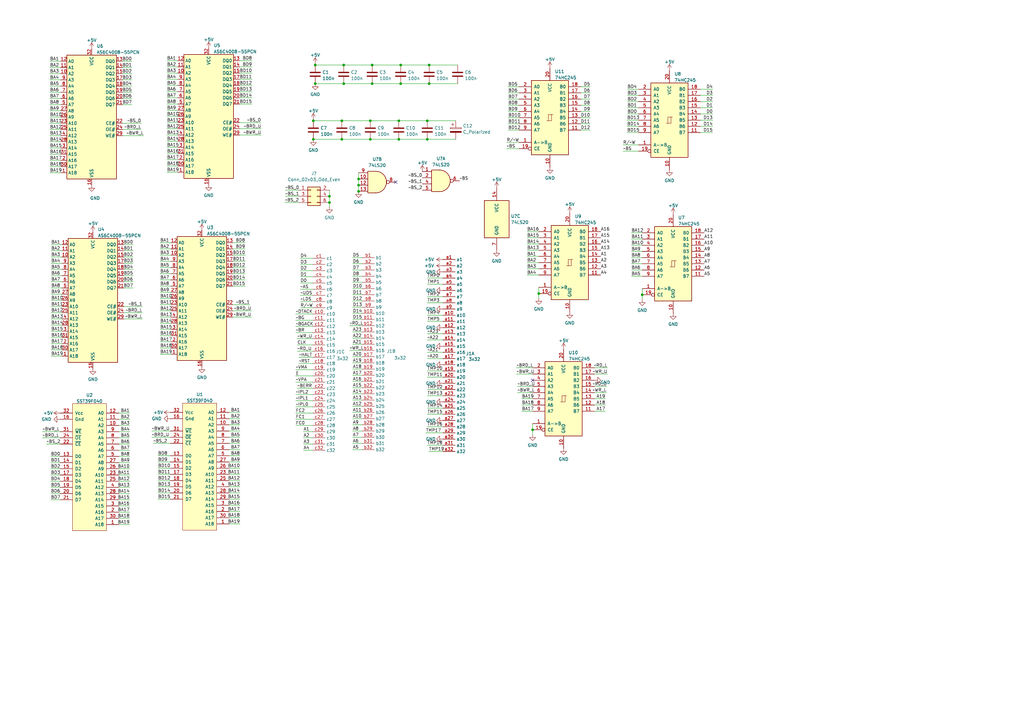
<source format=kicad_sch>
(kicad_sch (version 20230121) (generator eeschema)
  (paper "A3")
  (junction (at 151.892 57.15))
  (junction (at 128.524 49.53))
  (junction (at 164.338 34.29))
  (junction (at 140.208 49.53))
  (junction (at 176.022 34.29))
  (junction (at 140.97 34.29))
  (junction (at 135.128 83.058))
  (junction (at 163.576 49.53))
  (junction (at 140.208 57.15))
  (junction (at 218.44 176.276))
  (junction (at 163.576 57.15))
  (junction (at 129.286 26.67))
  (junction (at 128.524 57.15))
  (junction (at 176.022 26.67))
  (junction (at 220.98 120.396))
  (junction (at 151.892 49.53))
  (junction (at 147.066 73.406))
  (junction (at 152.654 34.29))
  (junction (at 135.128 80.518))
  (junction (at 164.338 26.67))
  (junction (at 147.066 78.486))
  (junction (at 175.26 57.15))
  (junction (at 140.97 26.67))
  (junction (at 129.286 34.29))
  (junction (at 175.26 49.53))
  (junction (at 147.066 75.946))
  (junction (at 152.654 26.67))
  (junction (at 263.398 120.904))
  (no_connect (at 162.306 74.676))
  (no_connect (at 218.44 155.956))
  (wire (pts (xy 121.285 174.498) (xy 128.27 174.498)))
  (wire (pts (xy 72.898 42.672) (xy 68.453 42.672)))
  (wire (pts (xy 292.354 36.576) (xy 287.274 36.576)))
  (wire (pts (xy 70.104 130.048) (xy 65.659 130.048)))
  (wire (pts (xy 148.463 148.844) (xy 144.653 148.844)))
  (wire (pts (xy 48.768 177.038) (xy 53.213 177.038)))
  (wire (pts (xy 140.97 26.67) (xy 152.654 26.67)))
  (wire (pts (xy 175.26 167.386) (xy 181.61 167.386)))
  (wire (pts (xy 212.217 158.496) (xy 218.44 158.496)))
  (wire (pts (xy 248.285 163.576) (xy 243.84 163.576)))
  (wire (pts (xy 148.463 125.984) (xy 144.653 125.984)))
  (wire (pts (xy 98.298 24.892) (xy 103.378 24.892)))
  (wire (pts (xy 151.892 49.53) (xy 163.576 49.53)))
  (wire (pts (xy 72.898 29.972) (xy 68.453 29.972)))
  (wire (pts (xy 69.85 186.944) (xy 64.77 186.944)))
  (wire (pts (xy 207.772 58.42) (xy 212.852 58.42)))
  (wire (pts (xy 95.504 104.648) (xy 100.584 104.648)))
  (wire (pts (xy 93.98 194.564) (xy 98.425 194.564)))
  (wire (pts (xy 50.292 53.086) (xy 57.912 53.086)))
  (wire (pts (xy 98.298 37.592) (xy 103.378 37.592)))
  (wire (pts (xy 175.26 129.286) (xy 181.61 129.286)))
  (wire (pts (xy 25.4 130.81) (xy 20.955 130.81)))
  (wire (pts (xy 93.98 176.784) (xy 98.425 176.784)))
  (wire (pts (xy 292.354 41.656) (xy 287.274 41.656)))
  (wire (pts (xy 20.828 192.278) (xy 24.638 192.278)))
  (wire (pts (xy 148.463 131.064) (xy 144.653 131.064)))
  (wire (pts (xy 72.898 57.912) (xy 68.453 57.912)))
  (wire (pts (xy 121.92 144.018) (xy 128.27 144.018)))
  (wire (pts (xy 148.463 146.304) (xy 144.653 146.304)))
  (wire (pts (xy 218.44 173.736) (xy 218.44 176.276)))
  (wire (pts (xy 175.895 185.166) (xy 181.61 185.166)))
  (wire (pts (xy 48.768 212.598) (xy 53.213 212.598)))
  (wire (pts (xy 175.26 154.686) (xy 181.61 154.686)))
  (wire (pts (xy 122.555 146.558) (xy 128.27 146.558)))
  (wire (pts (xy 123.19 108.458) (xy 128.27 108.458)))
  (wire (pts (xy 48.768 194.818) (xy 53.213 194.818)))
  (wire (pts (xy 93.98 179.324) (xy 98.425 179.324)))
  (wire (pts (xy 20.828 202.438) (xy 24.638 202.438)))
  (wire (pts (xy 121.285 161.798) (xy 128.27 161.798)))
  (wire (pts (xy 72.898 24.892) (xy 68.453 24.892)))
  (wire (pts (xy 25.4 120.65) (xy 20.955 120.65)))
  (wire (pts (xy 164.338 34.29) (xy 176.022 34.29)))
  (wire (pts (xy 123.19 110.998) (xy 128.27 110.998)))
  (wire (pts (xy 70.104 127.508) (xy 65.659 127.508)))
  (wire (pts (xy 121.285 151.638) (xy 128.27 151.638)))
  (wire (pts (xy 93.98 199.644) (xy 98.425 199.644)))
  (wire (pts (xy 70.104 117.348) (xy 65.659 117.348)))
  (wire (pts (xy 123.19 116.078) (xy 128.27 116.078)))
  (wire (pts (xy 24.892 32.766) (xy 20.447 32.766)))
  (wire (pts (xy 54.61 113.03) (xy 50.8 113.03)))
  (wire (pts (xy 48.768 215.138) (xy 53.213 215.138)))
  (wire (pts (xy 135.128 77.978) (xy 135.128 80.518)))
  (wire (pts (xy 129.286 26.67) (xy 140.97 26.67)))
  (wire (pts (xy 93.98 197.104) (xy 98.425 197.104)))
  (wire (pts (xy 218.44 168.656) (xy 213.995 168.656)))
  (wire (pts (xy 50.8 128.27) (xy 58.42 128.27)))
  (wire (pts (xy 25.4 115.57) (xy 20.955 115.57)))
  (wire (pts (xy 148.463 138.684) (xy 144.653 138.684)))
  (wire (pts (xy 24.892 40.386) (xy 20.447 40.386)))
  (wire (pts (xy 98.298 40.132) (xy 103.378 40.132)))
  (wire (pts (xy 72.898 27.432) (xy 68.453 27.432)))
  (wire (pts (xy 292.354 39.116) (xy 287.274 39.116)))
  (wire (pts (xy 152.654 34.29) (xy 164.338 34.29)))
  (wire (pts (xy 263.398 113.284) (xy 258.953 113.284)))
  (wire (pts (xy 175.26 182.626) (xy 181.61 182.626)))
  (wire (pts (xy 72.898 35.052) (xy 68.453 35.052)))
  (wire (pts (xy 257.302 44.196) (xy 261.874 44.196)))
  (wire (pts (xy 69.85 194.564) (xy 64.77 194.564)))
  (wire (pts (xy 93.98 181.864) (xy 98.425 181.864)))
  (wire (pts (xy 69.85 192.024) (xy 64.77 192.024)))
  (wire (pts (xy 148.463 128.524) (xy 144.653 128.524)))
  (wire (pts (xy 121.285 164.338) (xy 128.27 164.338)))
  (wire (pts (xy 208.407 48.26) (xy 212.852 48.26)))
  (wire (pts (xy 212.852 40.64) (xy 208.407 40.64)))
  (wire (pts (xy 148.463 179.324) (xy 144.653 179.324)))
  (wire (pts (xy 148.463 105.664) (xy 144.653 105.664)))
  (wire (pts (xy 140.208 57.15) (xy 151.892 57.15)))
  (wire (pts (xy 20.828 189.738) (xy 24.638 189.738)))
  (wire (pts (xy 257.302 39.116) (xy 261.874 39.116)))
  (wire (pts (xy 54.102 30.226) (xy 50.292 30.226)))
  (wire (pts (xy 175.26 144.526) (xy 181.61 144.526)))
  (wire (pts (xy 263.398 110.744) (xy 258.953 110.744)))
  (wire (pts (xy 72.898 32.512) (xy 68.453 32.512)))
  (wire (pts (xy 176.022 34.29) (xy 187.706 34.29)))
  (wire (pts (xy 257.175 51.816) (xy 261.874 51.816)))
  (wire (pts (xy 98.298 55.372) (xy 107.188 55.372)))
  (wire (pts (xy 72.898 70.612) (xy 68.453 70.612)))
  (wire (pts (xy 174.625 177.546) (xy 181.61 177.546)))
  (wire (pts (xy 20.828 194.818) (xy 24.638 194.818)))
  (wire (pts (xy 93.98 192.024) (xy 98.425 192.024)))
  (wire (pts (xy 248.285 168.656) (xy 243.84 168.656)))
  (wire (pts (xy 24.892 45.466) (xy 20.447 45.466)))
  (wire (pts (xy 121.92 159.258) (xy 128.27 159.258)))
  (wire (pts (xy 175.26 131.826) (xy 181.61 131.826)))
  (wire (pts (xy 50.292 55.626) (xy 58.928 55.626)))
  (wire (pts (xy 70.104 104.648) (xy 65.659 104.648)))
  (wire (pts (xy 148.463 164.084) (xy 144.653 164.084)))
  (wire (pts (xy 128.27 179.578) (xy 124.46 179.578)))
  (wire (pts (xy 72.898 45.212) (xy 68.453 45.212)))
  (wire (pts (xy 292.354 54.356) (xy 287.274 54.356)))
  (wire (pts (xy 148.463 159.004) (xy 144.653 159.004)))
  (wire (pts (xy 72.898 62.992) (xy 68.453 62.992)))
  (wire (pts (xy 70.104 124.968) (xy 65.659 124.968)))
  (wire (pts (xy 93.98 209.804) (xy 98.425 209.804)))
  (wire (pts (xy 242.062 40.64) (xy 238.252 40.64)))
  (wire (pts (xy 148.463 171.704) (xy 144.653 171.704)))
  (wire (pts (xy 98.298 35.052) (xy 103.378 35.052)))
  (wire (pts (xy 121.285 136.398) (xy 128.27 136.398)))
  (wire (pts (xy 70.104 109.728) (xy 65.659 109.728)))
  (wire (pts (xy 128.524 57.15) (xy 140.208 57.15)))
  (wire (pts (xy 128.27 177.038) (xy 124.46 177.038)))
  (wire (pts (xy 220.98 120.396) (xy 220.98 122.301)))
  (wire (pts (xy 48.768 202.438) (xy 53.213 202.438)))
  (wire (pts (xy 128.27 184.658) (xy 124.46 184.658)))
  (wire (pts (xy 248.285 166.116) (xy 243.84 166.116)))
  (wire (pts (xy 48.768 189.738) (xy 53.213 189.738)))
  (wire (pts (xy 98.298 29.972) (xy 103.378 29.972)))
  (wire (pts (xy 25.4 102.87) (xy 20.955 102.87)))
  (wire (pts (xy 121.285 133.858) (xy 128.27 133.858)))
  (wire (pts (xy 123.19 126.238) (xy 128.27 126.238)))
  (wire (pts (xy 70.104 142.748) (xy 65.659 142.748)))
  (wire (pts (xy 208.407 43.18) (xy 212.852 43.18)))
  (wire (pts (xy 208.407 50.8) (xy 212.852 50.8)))
  (wire (pts (xy 121.285 171.958) (xy 128.27 171.958)))
  (wire (pts (xy 148.463 166.624) (xy 144.653 166.624)))
  (wire (pts (xy 48.768 207.518) (xy 53.213 207.518)))
  (wire (pts (xy 257.302 46.736) (xy 261.874 46.736)))
  (wire (pts (xy 24.892 65.786) (xy 20.447 65.786)))
  (wire (pts (xy 54.61 110.49) (xy 50.8 110.49)))
  (wire (pts (xy 242.062 53.34) (xy 238.252 53.34)))
  (wire (pts (xy 208.407 45.72) (xy 212.852 45.72)))
  (wire (pts (xy 248.793 161.036) (xy 243.84 161.036)))
  (wire (pts (xy 48.768 182.118) (xy 53.213 182.118)))
  (wire (pts (xy 93.98 214.884) (xy 98.425 214.884)))
  (wire (pts (xy 25.4 138.43) (xy 20.955 138.43)))
  (wire (pts (xy 249.174 153.416) (xy 243.84 153.416)))
  (wire (pts (xy 72.898 68.072) (xy 68.453 68.072)))
  (wire (pts (xy 211.836 150.876) (xy 218.44 150.876)))
  (wire (pts (xy 175.26 121.666) (xy 181.61 121.666)))
  (wire (pts (xy 24.892 25.146) (xy 20.447 25.146)))
  (wire (pts (xy 93.98 184.404) (xy 98.425 184.404)))
  (wire (pts (xy 54.102 27.686) (xy 50.292 27.686)))
  (wire (pts (xy 263.398 118.364) (xy 263.398 120.904)))
  (wire (pts (xy 148.463 176.784) (xy 144.653 176.784)))
  (wire (pts (xy 148.463 115.824) (xy 144.653 115.824)))
  (wire (pts (xy 98.298 32.512) (xy 103.378 32.512)))
  (wire (pts (xy 50.8 125.73) (xy 58.42 125.73)))
  (wire (pts (xy 17.399 179.578) (xy 24.638 179.578)))
  (wire (pts (xy 95.504 109.728) (xy 100.584 109.728)))
  (wire (pts (xy 95.504 102.108) (xy 100.584 102.108)))
  (wire (pts (xy 216.154 107.696) (xy 220.98 107.696)))
  (wire (pts (xy 292.354 44.196) (xy 287.274 44.196)))
  (wire (pts (xy 54.61 118.11) (xy 50.8 118.11)))
  (wire (pts (xy 24.892 70.866) (xy 20.447 70.866)))
  (wire (pts (xy 242.062 38.1) (xy 238.252 38.1)))
  (wire (pts (xy 175.26 49.53) (xy 186.944 49.53)))
  (wire (pts (xy 263.398 120.904) (xy 263.398 122.809)))
  (wire (pts (xy 128.524 49.53) (xy 140.208 49.53)))
  (wire (pts (xy 72.898 52.832) (xy 68.453 52.832)))
  (wire (pts (xy 25.4 110.49) (xy 20.955 110.49)))
  (wire (pts (xy 263.398 103.124) (xy 258.953 103.124)))
  (wire (pts (xy 121.285 131.318) (xy 128.27 131.318)))
  (wire (pts (xy 218.44 163.576) (xy 213.995 163.576)))
  (wire (pts (xy 122.555 149.098) (xy 128.27 149.098)))
  (wire (pts (xy 98.298 50.292) (xy 107.061 50.292)))
  (wire (pts (xy 93.98 169.164) (xy 98.425 169.164)))
  (wire (pts (xy 72.898 55.372) (xy 68.453 55.372)))
  (wire (pts (xy 69.85 197.104) (xy 64.77 197.104)))
  (wire (pts (xy 48.768 199.898) (xy 53.213 199.898)))
  (wire (pts (xy 20.828 199.898) (xy 24.638 199.898)))
  (wire (pts (xy 175.26 175.006) (xy 181.61 175.006)))
  (wire (pts (xy 216.154 110.236) (xy 220.98 110.236)))
  (wire (pts (xy 257.175 49.276) (xy 261.874 49.276)))
  (wire (pts (xy 292.354 49.276) (xy 287.274 49.276)))
  (wire (pts (xy 143.383 143.764) (xy 148.463 143.764)))
  (wire (pts (xy 103.378 42.672) (xy 98.298 42.672)))
  (wire (pts (xy 54.102 35.306) (xy 50.292 35.306)))
  (wire (pts (xy 164.338 26.67) (xy 176.022 26.67)))
  (wire (pts (xy 70.104 137.668) (xy 65.659 137.668)))
  (wire (pts (xy 121.285 154.178) (xy 128.27 154.178)))
  (wire (pts (xy 257.175 54.356) (xy 261.874 54.356)))
  (wire (pts (xy 48.768 187.198) (xy 53.213 187.198)))
  (wire (pts (xy 148.463 136.144) (xy 144.653 136.144)))
  (wire (pts (xy 220.98 117.856) (xy 220.98 120.396)))
  (wire (pts (xy 175.26 162.306) (xy 181.61 162.306)))
  (wire (pts (xy 20.828 197.358) (xy 24.638 197.358)))
  (wire (pts (xy 24.892 42.926) (xy 20.447 42.926)))
  (wire (pts (xy 143.383 133.604) (xy 148.463 133.604)))
  (wire (pts (xy 211.836 153.416) (xy 218.44 153.416)))
  (wire (pts (xy 25.4 146.05) (xy 20.955 146.05)))
  (wire (pts (xy 24.892 50.546) (xy 20.447 50.546)))
  (wire (pts (xy 163.576 49.53) (xy 175.26 49.53)))
  (wire (pts (xy 72.898 50.292) (xy 68.453 50.292)))
  (wire (pts (xy 25.4 118.11) (xy 20.955 118.11)))
  (wire (pts (xy 148.463 156.464) (xy 144.653 156.464)))
  (wire (pts (xy 147.066 73.406) (xy 147.066 75.946)))
  (wire (pts (xy 212.852 38.1) (xy 208.407 38.1)))
  (wire (pts (xy 72.898 47.752) (xy 68.453 47.752)))
  (wire (pts (xy 93.98 186.944) (xy 98.425 186.944)))
  (wire (pts (xy 242.062 50.8) (xy 238.252 50.8)))
  (wire (pts (xy 263.398 105.664) (xy 258.953 105.664)))
  (wire (pts (xy 175.26 124.206) (xy 181.61 124.206)))
  (wire (pts (xy 176.022 26.67) (xy 187.706 26.67)))
  (wire (pts (xy 93.98 189.484) (xy 98.425 189.484)))
  (wire (pts (xy 70.104 102.108) (xy 65.659 102.108)))
  (wire (pts (xy 216.154 112.776) (xy 220.98 112.776)))
  (wire (pts (xy 69.85 176.784) (xy 62.23 176.784)))
  (wire (pts (xy 216.154 100.076) (xy 220.98 100.076)))
  (wire (pts (xy 128.524 49.022) (xy 128.524 49.53)))
  (wire (pts (xy 121.285 128.778) (xy 128.27 128.778)))
  (wire (pts (xy 123.19 118.618) (xy 128.27 118.618)))
  (wire (pts (xy 25.4 123.19) (xy 20.955 123.19)))
  (wire (pts (xy 24.892 30.226) (xy 20.447 30.226)))
  (wire (pts (xy 17.399 177.038) (xy 24.638 177.038)))
  (wire (pts (xy 24.892 68.326) (xy 20.447 68.326)))
  (wire (pts (xy 25.4 143.51) (xy 20.955 143.51)))
  (wire (pts (xy 70.104 140.208) (xy 65.659 140.208)))
  (wire (pts (xy 93.98 212.344) (xy 98.425 212.344)))
  (wire (pts (xy 93.98 202.184) (xy 98.425 202.184)))
  (wire (pts (xy 95.504 107.188) (xy 100.584 107.188)))
  (wire (pts (xy 54.102 37.846) (xy 50.292 37.846)))
  (wire (pts (xy 148.463 151.384) (xy 144.653 151.384)))
  (wire (pts (xy 24.892 27.686) (xy 20.447 27.686)))
  (wire (pts (xy 48.768 210.058) (xy 53.213 210.058)))
  (wire (pts (xy 69.85 204.724) (xy 64.77 204.724)))
  (wire (pts (xy 54.102 32.766) (xy 50.292 32.766)))
  (wire (pts (xy 20.828 187.198) (xy 24.638 187.198)))
  (wire (pts (xy 48.768 174.498) (xy 53.213 174.498)))
  (wire (pts (xy 248.92 158.496) (xy 243.84 158.496)))
  (wire (pts (xy 25.4 135.89) (xy 20.955 135.89)))
  (wire (pts (xy 292.354 46.736) (xy 287.274 46.736)))
  (wire (pts (xy 148.463 113.284) (xy 144.653 113.284)))
  (wire (pts (xy 69.85 189.484) (xy 64.77 189.484)))
  (wire (pts (xy 48.768 204.978) (xy 53.213 204.978)))
  (wire (pts (xy 25.4 125.73) (xy 20.955 125.73)))
  (wire (pts (xy 148.463 123.444) (xy 144.653 123.444)))
  (wire (pts (xy 50.292 50.546) (xy 57.912 50.546)))
  (wire (pts (xy 129.286 26.162) (xy 129.286 26.67)))
  (wire (pts (xy 175.26 159.766) (xy 181.61 159.766)))
  (wire (pts (xy 175.26 152.146) (xy 181.61 152.146)))
  (wire (pts (xy 121.285 166.878) (xy 128.27 166.878)))
  (wire (pts (xy 54.102 25.146) (xy 50.292 25.146)))
  (wire (pts (xy 93.98 171.704) (xy 98.425 171.704)))
  (wire (pts (xy 25.4 100.33) (xy 20.955 100.33)))
  (wire (pts (xy 263.398 95.504) (xy 258.953 95.504)))
  (wire (pts (xy 70.104 122.428) (xy 65.659 122.428)))
  (wire (pts (xy 216.154 105.156) (xy 220.98 105.156)))
  (wire (pts (xy 148.463 181.864) (xy 144.653 181.864)))
  (wire (pts (xy 163.576 57.15) (xy 175.26 57.15)))
  (wire (pts (xy 98.298 52.832) (xy 107.188 52.832)))
  (wire (pts (xy 19.05 182.118) (xy 24.638 182.118)))
  (wire (pts (xy 24.892 53.086) (xy 20.447 53.086)))
  (wire (pts (xy 148.463 184.404) (xy 144.653 184.404)))
  (wire (pts (xy 147.066 75.946) (xy 147.066 78.486)))
  (wire (pts (xy 25.4 113.03) (xy 20.955 113.03)))
  (wire (pts (xy 50.8 130.81) (xy 58.42 130.81)))
  (wire (pts (xy 121.92 141.478) (xy 128.27 141.478)))
  (wire (pts (xy 54.102 40.386) (xy 50.292 40.386)))
  (wire (pts (xy 48.768 192.278) (xy 53.213 192.278)))
  (wire (pts (xy 148.463 169.164) (xy 144.653 169.164)))
  (wire (pts (xy 93.98 207.264) (xy 98.425 207.264)))
  (wire (pts (xy 216.154 94.996) (xy 220.98 94.996)))
  (wire (pts (xy 121.92 138.938) (xy 128.27 138.938)))
  (wire (pts (xy 70.104 99.568) (xy 65.659 99.568)))
  (wire (pts (xy 152.654 26.67) (xy 164.338 26.67)))
  (wire (pts (xy 140.208 49.53) (xy 151.892 49.53)))
  (wire (pts (xy 25.4 107.95) (xy 20.955 107.95)))
  (wire (pts (xy 175.26 169.926) (xy 181.61 169.926)))
  (wire (pts (xy 116.967 80.518) (xy 122.428 80.518)))
  (wire (pts (xy 48.768 179.578) (xy 53.213 179.578)))
  (wire (pts (xy 24.892 58.166) (xy 20.447 58.166)))
  (wire (pts (xy 216.154 97.536) (xy 220.98 97.536)))
  (wire (pts (xy 148.463 108.204) (xy 144.653 108.204)))
  (wire (pts (xy 121.285 169.418) (xy 128.27 169.418)))
  (wire (pts (xy 135.128 83.058) (xy 135.128 84.836)))
  (wire (pts (xy 24.892 37.846) (xy 20.447 37.846)))
  (wire (pts (xy 70.104 135.128) (xy 65.659 135.128)))
  (wire (pts (xy 95.504 127.508) (xy 103.124 127.508)))
  (wire (pts (xy 25.4 140.97) (xy 20.955 140.97)))
  (wire (pts (xy 25.4 105.41) (xy 20.955 105.41)))
  (wire (pts (xy 24.892 63.246) (xy 20.447 63.246)))
  (wire (pts (xy 25.4 128.27) (xy 20.955 128.27)))
  (wire (pts (xy 69.85 179.324) (xy 62.23 179.324)))
  (wire (pts (xy 69.85 199.644) (xy 64.77 199.644)))
  (wire (pts (xy 72.898 37.592) (xy 68.453 37.592)))
  (wire (pts (xy 255.524 61.976) (xy 261.874 61.976)))
  (wire (pts (xy 98.298 27.432) (xy 103.378 27.432)))
  (wire (pts (xy 70.104 119.888) (xy 65.659 119.888)))
  (wire (pts (xy 151.892 57.15) (xy 163.576 57.15)))
  (wire (pts (xy 116.84 83.058) (xy 122.428 83.058)))
  (wire (pts (xy 249.174 150.876) (xy 243.84 150.876)))
  (wire (pts (xy 123.19 105.918) (xy 128.27 105.918)))
  (wire (pts (xy 148.463 161.544) (xy 144.653 161.544)))
  (wire (pts (xy 70.104 132.588) (xy 65.659 132.588)))
  (wire (pts (xy 70.104 112.268) (xy 65.659 112.268)))
  (wire (pts (xy 135.128 80.518) (xy 135.128 83.058)))
  (wire (pts (xy 148.463 174.244) (xy 144.653 174.244)))
  (wire (pts (xy 129.286 34.29) (xy 140.97 34.29)))
  (wire (pts (xy 116.967 77.978) (xy 122.428 77.978)))
  (wire (pts (xy 128.27 182.118) (xy 124.46 182.118)))
  (wire (pts (xy 218.44 176.276) (xy 218.44 178.181)))
  (wire (pts (xy 212.217 161.036) (xy 218.44 161.036)))
  (wire (pts (xy 292.354 51.816) (xy 287.274 51.816)))
  (wire (pts (xy 72.898 65.532) (xy 68.453 65.532)))
  (wire (pts (xy 20.828 204.978) (xy 24.638 204.978)))
  (wire (pts (xy 93.98 174.244) (xy 98.425 174.244)))
  (wire (pts (xy 24.892 60.706) (xy 20.447 60.706)))
  (wire (pts (xy 175.26 139.446) (xy 181.61 139.446)))
  (wire (pts (xy 255.524 59.436) (xy 261.874 59.436)))
  (wire (pts (xy 54.61 100.33) (xy 50.8 100.33)))
  (wire (pts (xy 242.062 48.26) (xy 238.252 48.26)))
  (wire (pts (xy 121.285 156.718) (xy 128.27 156.718)))
  (wire (pts (xy 175.26 114.046) (xy 181.61 114.046)))
  (wire (pts (xy 257.302 41.656) (xy 261.874 41.656)))
  (wire (pts (xy 48.768 171.958) (xy 53.213 171.958)))
  (wire (pts (xy 216.154 102.616) (xy 220.98 102.616)))
  (wire (pts (xy 148.463 141.224) (xy 144.653 141.224)))
  (wire (pts (xy 54.61 107.95) (xy 50.8 107.95)))
  (wire (pts (xy 242.062 43.18) (xy 238.252 43.18)))
  (wire (pts (xy 263.398 108.204) (xy 258.953 108.204)))
  (wire (pts (xy 69.85 181.864) (xy 62.865 181.864)))
  (wire (pts (xy 257.302 36.576) (xy 261.874 36.576)))
  (wire (pts (xy 212.852 35.56) (xy 208.407 35.56)))
  (wire (pts (xy 242.062 35.56) (xy 238.252 35.56)))
  (wire (pts (xy 95.504 114.808) (xy 100.584 114.808)))
  (wire (pts (xy 148.463 110.744) (xy 144.653 110.744)))
  (wire (pts (xy 48.768 197.358) (xy 53.213 197.358)))
  (wire (pts (xy 175.26 116.586) (xy 181.61 116.586)))
  (wire (pts (xy 123.19 123.698) (xy 128.27 123.698)))
  (wire (pts (xy 54.61 115.57) (xy 50.8 115.57)))
  (wire (pts (xy 54.61 102.87) (xy 50.8 102.87)))
  (wire (pts (xy 263.398 98.044) (xy 258.953 98.044)))
  (wire (pts (xy 95.504 112.268) (xy 100.584 112.268)))
  (wire (pts (xy 54.61 105.41) (xy 50.8 105.41)))
  (wire (pts (xy 24.892 55.626) (xy 20.447 55.626)))
  (wire (pts (xy 95.504 117.348) (xy 100.584 117.348)))
  (wire (pts (xy 48.768 169.418) (xy 53.213 169.418)))
  (wire (pts (xy 123.19 113.538) (xy 128.27 113.538)))
  (wire (pts (xy 69.85 202.184) (xy 64.77 202.184)))
  (wire (pts (xy 207.772 60.96) (xy 212.852 60.96)))
  (wire (pts (xy 95.504 99.568) (xy 100.584 99.568)))
  (wire (pts (xy 242.062 45.72) (xy 238.252 45.72)))
  (wire (pts (xy 95.504 130.048) (xy 103.124 130.048)))
  (wire (pts (xy 148.463 118.364) (xy 144.653 118.364)))
  (wire (pts (xy 72.898 40.132) (xy 68.453 40.132)))
  (wire (pts (xy 70.104 107.188) (xy 65.659 107.188)))
  (wire (pts (xy 175.26 57.15) (xy 186.944 57.15)))
  (wire (pts (xy 175.26 147.066) (xy 181.61 147.066)))
  (wire (pts (xy 48.768 184.658) (xy 53.213 184.658)))
  (wire (pts (xy 148.463 120.904) (xy 144.653 120.904)))
  (wire (pts (xy 70.104 114.808) (xy 65.659 114.808)))
  (wire (pts (xy 218.44 166.116) (xy 213.995 166.116)))
  (wire (pts (xy 123.19 121.158) (xy 128.27 121.158)))
  (wire (pts (xy 24.892 48.006) (xy 20.447 48.006)))
  (wire (pts (xy 54.102 42.926) (xy 50.292 42.926)))
  (wire (pts (xy 208.407 53.34) (xy 212.852 53.34)))
  (wire (pts (xy 93.98 204.724) (xy 98.425 204.724)))
  (wire (pts (xy 147.066 70.866) (xy 147.066 73.406)))
  (wire (pts (xy 70.104 145.288) (xy 65.659 145.288)))
  (wire (pts (xy 148.463 153.924) (xy 144.653 153.924)))
  (wire (pts (xy 72.898 60.452) (xy 68.453 60.452)))
  (wire (pts (xy 25.4 133.35) (xy 20.955 133.35)))
  (wire (pts (xy 263.398 100.584) (xy 258.953 100.584)))
  (wire (pts (xy 140.97 34.29) (xy 152.654 34.29)))
  (wire (pts (xy 175.26 136.906) (xy 181.61 136.906)))
  (wire (pts (xy 95.504 124.968) (xy 102.489 124.968)))
  (wire (pts (xy 24.892 35.306) (xy 20.447 35.306)))
  (label "A23" (at 144.653 136.144 0))
  (label "~LDS" (at 123.19 123.698 0))
  (label "~BS" (at 255.524 61.976 0))
  (label "D0" (at 123.19 116.078 0))
  (label "BA15" (at 65.659 135.128 0))
  (label "A11" (at 144.653 169.164 0))
  (label "TMP17" (at 174.625 177.546 0))
  (label "BD10" (at 103.378 29.972 180))
  (label "BD11" (at 64.77 194.564 0))
  (label "A9" (at 144.653 174.244 0))
  (label "A16" (at 246.38 94.996 0))
  (label "BD13" (at 257.175 49.276 0))
  (label "D8" (at 144.653 113.284 0))
  (label "BA2" (at 216.154 107.696 0))
  (label "BD12" (at 208.407 53.34 0))
  (label "D9" (at 144.653 115.824 0))
  (label "BA19" (at 20.955 146.05 0))
  (label "BA15" (at 216.154 97.536 0))
  (label "A7" (at 144.653 179.324 0))
  (label "~WR_U" (at 249.174 153.416 180))
  (label "BA10" (at 98.425 192.024 180))
  (label "BA6" (at 20.955 113.03 0))
  (label "~BRD_L" (at 58.42 128.27 180))
  (label "A15" (at 246.38 97.536 0))
  (label "A22" (at 144.653 138.684 0))
  (label "BA19" (at 20.447 70.866 0))
  (label "BA15" (at 20.447 60.706 0))
  (label "BD7" (at 20.828 204.978 0))
  (label "BA6" (at 20.447 37.846 0))
  (label "BA11" (at 258.953 98.044 0))
  (label "A11" (at 288.798 98.044 0))
  (label "~RD_L" (at 143.383 133.604 0))
  (label "~BWR_U" (at 103.124 130.048 180))
  (label "BA13" (at 53.213 199.898 180))
  (label "A17" (at 144.653 153.924 0))
  (label "A8" (at 288.798 105.664 0))
  (label "BA5" (at 68.453 35.052 0))
  (label "R{slash}~W" (at 255.524 59.436 0))
  (label "A5" (at 144.653 184.404 0))
  (label "BA7" (at 68.453 40.132 0))
  (label "BA3" (at 20.955 105.41 0))
  (label "TMP14" (at 175.26 167.386 0))
  (label "A3" (at 124.46 182.118 0))
  (label "BA9" (at 53.213 189.738 180))
  (label "BA3" (at 20.447 30.226 0))
  (label "BA4" (at 98.425 176.784 180))
  (label "BA10" (at 20.955 123.19 0))
  (label "A21" (at 144.653 141.224 0))
  (label "BA13" (at 65.659 130.048 0))
  (label "BA19" (at 98.425 214.884 180))
  (label "BD10" (at 100.584 104.648 180))
  (label "TMP0" (at 175.26 114.046 0))
  (label "BA17" (at 65.659 140.208 0))
  (label "BA18" (at 53.213 212.598 180))
  (label "~BS_0" (at 107.061 50.292 180))
  (label "BA3" (at 98.425 174.244 180))
  (label "BD1" (at 54.61 102.87 180))
  (label "TMP16" (at 175.26 175.006 0))
  (label "D6" (at 144.653 108.204 0))
  (label "BD0" (at 257.302 46.736 0))
  (label "CLK" (at 121.92 141.478 0))
  (label "BA19" (at 213.995 163.576 0))
  (label "BD15" (at 103.378 42.672 180))
  (label "BD4" (at 54.61 110.49 180))
  (label "BA13" (at 68.453 55.372 0))
  (label "BA18" (at 68.453 68.072 0))
  (label "A17" (at 248.285 168.656 180))
  (label "BA1" (at 216.154 105.156 0))
  (label "BD4" (at 20.828 197.358 0))
  (label "BA3" (at 65.659 104.648 0))
  (label "BA9" (at 258.953 103.124 0))
  (label "BD12" (at 103.378 35.052 180))
  (label "BA1" (at 68.453 24.892 0))
  (label "BA11" (at 20.955 125.73 0))
  (label "BD6" (at 208.407 38.1 0))
  (label "A18" (at 248.285 166.116 180))
  (label "BD10" (at 64.77 192.024 0))
  (label "BD5" (at 20.828 199.898 0))
  (label "BA14" (at 20.447 58.166 0))
  (label "A10" (at 144.653 171.704 0))
  (label "BA8" (at 20.955 118.11 0))
  (label "BA1" (at 20.447 25.146 0))
  (label "D4" (at 123.19 105.918 0))
  (label "BA9" (at 20.955 120.65 0))
  (label "~BRD_U" (at 62.23 179.324 0))
  (label "BA12" (at 258.953 95.504 0))
  (label "BD8" (at 64.77 186.944 0))
  (label "BA12" (at 65.659 127.508 0))
  (label "A19" (at 144.653 148.844 0))
  (label "BA17" (at 53.213 210.058 180))
  (label "FC2" (at 121.285 169.418 0))
  (label "A12" (at 144.653 166.624 0))
  (label "A5" (at 288.798 113.284 0))
  (label "BA19" (at 65.659 145.288 0))
  (label "BD14" (at 100.584 114.808 180))
  (label "A14" (at 246.38 100.076 0))
  (label "BD5" (at 54.102 37.846 180))
  (label "BA5" (at 65.659 109.728 0))
  (label "BA12" (at 20.955 128.27 0))
  (label "BA3" (at 216.154 110.236 0))
  (label "~IPL0" (at 121.285 166.878 0))
  (label "BA11" (at 20.447 50.546 0))
  (label "D6" (at 242.062 38.1 180))
  (label "BD0" (at 20.828 187.198 0))
  (label "~BWR_U" (at 107.188 55.372 180))
  (label "BD11" (at 208.407 50.8 0))
  (label "BA6" (at 258.953 110.744 0))
  (label "BA7" (at 258.953 108.204 0))
  (label "~BS_2" (at 173.228 77.978 180))
  (label "BA18" (at 20.955 143.51 0))
  (label "BA8" (at 258.953 105.664 0))
  (label "D0" (at 292.354 46.736 180))
  (label "D12" (at 144.653 123.444 0))
  (label "BA2" (at 68.453 27.432 0))
  (label "D1" (at 123.19 113.538 0))
  (label "BA11" (at 65.659 124.968 0))
  (label "BA5" (at 20.955 110.49 0))
  (label "BD0" (at 54.61 100.33 180))
  (label "BA1" (at 20.955 100.33 0))
  (label "BA17" (at 213.995 168.656 0))
  (label "FC0" (at 121.285 174.498 0))
  (label "~BWR_L" (at 17.399 177.038 0))
  (label "BA18" (at 20.447 68.326 0))
  (label "BA16" (at 20.955 138.43 0))
  (label "BD14" (at 64.77 202.184 0))
  (label "TMP13" (at 175.26 162.306 0))
  (label "~BS_0" (at 116.967 77.978 0))
  (label "D12" (at 242.062 53.34 180))
  (label "BA3" (at 68.453 29.972 0))
  (label "D1" (at 292.354 44.196 180))
  (label "~VPA" (at 121.285 156.718 0))
  (label "BD3" (at 54.61 107.95 180))
  (label "FC1" (at 121.285 171.958 0))
  (label "BA17" (at 68.453 65.532 0))
  (label "BD14" (at 257.175 51.816 0))
  (label "TMP19" (at 175.895 185.166 0))
  (label "~BR" (at 121.285 136.398 0))
  (label "BD9" (at 100.584 102.108 180))
  (label "~BWR_L" (at 212.217 161.036 0))
  (label "D10" (at 242.062 48.26 180))
  (label "BA5" (at 20.447 35.306 0))
  (label "BD13" (at 100.584 112.268 180))
  (label "R{slash}~W" (at 123.19 126.238 0))
  (label "BA4" (at 65.659 107.188 0))
  (label "A20" (at 144.653 146.304 0))
  (label "A2" (at 246.38 107.696 0))
  (label "BA4" (at 20.955 107.95 0))
  (label "BD9" (at 64.77 189.484 0))
  (label "BA7" (at 98.425 184.404 180))
  (label "D5" (at 144.653 105.664 0))
  (label "A18" (at 144.653 151.384 0))
  (label "~BRD_L" (at 211.836 150.876 0))
  (label "~BS_1" (at 173.228 75.438 180))
  (label "BA7" (at 20.955 115.57 0))
  (label "BA14" (at 65.659 132.588 0))
  (label "~BS_0" (at 173.228 72.898 180))
  (label "D13" (at 292.354 49.276 180))
  (label "BA12" (at 68.453 52.832 0))
  (label "A1" (at 124.46 177.038 0))
  (label "~BRD_L" (at 17.399 179.578 0))
  (label "BA9" (at 98.425 189.484 180))
  (label "A9" (at 288.798 103.124 0))
  (label "~BS_0" (at 57.912 50.546 180))
  (label "~BRD_U" (at 107.188 52.832 180))
  (label "BD5" (at 54.61 113.03 180))
  (label "BD7" (at 54.61 118.11 180))
  (label "~BGACK" (at 121.285 133.858 0))
  (label "BA14" (at 98.425 202.184 180))
  (label "~BRD_L" (at 57.912 53.086 180))
  (label "A6" (at 144.653 181.864 0))
  (label "BD6" (at 20.828 202.438 0))
  (label "~BS_2" (at 116.84 83.058 0))
  (label "R{slash}~W" (at 207.772 58.42 0))
  (label "BA10" (at 65.659 122.428 0))
  (label "BD0" (at 54.102 25.146 180))
  (label "BD10" (at 208.407 48.26 0))
  (label "BD2" (at 20.828 192.278 0))
  (label "BD4" (at 54.102 35.306 180))
  (label "BD4" (at 257.302 36.576 0))
  (label "BD3" (at 54.102 32.766 180))
  (label "BA17" (at 20.955 140.97 0))
  (label "D14" (at 292.354 51.816 180))
  (label "A4" (at 124.46 184.658 0))
  (label "D3" (at 123.19 108.458 0))
  (label "BA16" (at 53.213 207.518 180))
  (label "D10" (at 144.653 118.364 0))
  (label "BA6" (at 53.213 182.118 180))
  (label "BD12" (at 100.584 109.728 180))
  (label "~BS" (at 207.772 60.96 0))
  (label "BA14" (at 20.955 133.35 0))
  (label "D14" (at 144.653 128.524 0))
  (label "BA15" (at 53.213 204.978 180))
  (label "A15" (at 144.653 159.004 0))
  (label "BD8" (at 103.378 24.892 180))
  (label "BA6" (at 65.659 112.268 0))
  (label "A14" (at 144.653 161.544 0))
  (label "~A20" (at 175.26 147.066 0))
  (label "BA7" (at 65.659 114.808 0))
  (label "~VMA" (at 121.285 151.638 0))
  (label "~BG" (at 121.285 131.318 0))
  (label "BA4" (at 216.154 112.776 0))
  (label "BD15" (at 64.77 204.724 0))
  (label "TMP1" (at 175.26 116.586 0))
  (label "D13" (at 144.653 125.984 0))
  (label "~A23" (at 175.26 136.906 0))
  (label "BA11" (at 98.425 194.564 180))
  (label "BA7" (at 53.213 184.658 180))
  (label "~BERR" (at 121.92 159.258 0))
  (label "BA11" (at 68.453 50.292 0))
  (label "BA10" (at 20.447 48.006 0))
  (label "BD14" (at 103.378 40.132 180))
  (label "A8" (at 144.653 176.784 0))
  (label "BD5" (at 208.407 35.56 0))
  (label "BA5" (at 98.425 179.324 180))
  (label "BD9" (at 208.407 45.72 0))
  (label "~DTACK" (at 121.285 128.778 0))
  (label "BA9" (at 68.453 45.212 0))
  (label "A19" (at 248.285 163.576 180))
  (label "~BS_1" (at 116.967 80.518 0))
  (label "BA18" (at 98.425 212.344 180))
  (label "A10" (at 288.798 100.584 0))
  (label "D15" (at 292.354 54.356 180))
  (label "BA2" (at 98.425 171.704 180))
  (label "BA14" (at 53.213 202.438 180))
  (label "BA5" (at 53.213 179.578 180))
  (label "D15" (at 144.653 131.064 0))
  (label "BA16" (at 65.659 137.668 0))
  (label "BD6" (at 54.102 40.386 180))
  (label "BA8" (at 98.425 186.944 180))
  (label "~BWR_L" (at 58.42 130.81 180))
  (label "BA13" (at 216.154 102.616 0))
  (label "BD11" (at 103.378 32.512 180))
  (label "~BS_2" (at 62.865 181.864 0))
  (label "BD2" (at 54.102 30.226 180))
  (label "A6" (at 288.798 110.744 0))
  (label "~UDS" (at 123.19 121.158 0))
  (label "BA2" (at 20.955 102.87 0))
  (label "TMP15" (at 175.26 169.926 0))
  (label "TMP11" (at 175.26 154.686 0))
  (label "BA12" (at 20.447 53.086 0))
  (label "BA1" (at 65.659 99.568 0))
  (label "BA1" (at 53.213 169.418 180))
  (label "BA5" (at 258.953 113.284 0))
  (label "D2" (at 123.19 110.998 0))
  (label "D11" (at 144.653 120.904 0))
  (label "~BWR_L" (at 58.928 55.626 180))
  (label "BA7" (at 20.447 40.386 0))
  (label "BD12" (at 64.77 197.104 0))
  (label "A7" (at 288.798 108.204 0))
  (label "BA2" (at 65.659 102.108 0))
  (label "A13" (at 246.38 102.616 0))
  (label "A1" (at 246.38 105.156 0))
  (label "BA10" (at 68.453 47.752 0))
  (label "BA18" (at 213.995 166.116 0))
  (label "BD8" (at 100.584 99.568 180))
  (label "BD1" (at 54.102 27.686 180))
  (label "~AS" (at 123.19 118.618 0))
  (label "D8" (at 242.062 43.18 180))
  (label "BA12" (at 98.425 197.104 180))
  (label "~WR_L" (at 248.793 161.036 180))
  (label "A2" (at 124.46 179.578 0))
  (label "TMP5" (at 175.26 131.826 0))
  (label "BA19" (at 53.213 215.138 180))
  (label "BA4" (at 68.453 32.512 0))
  (label "BA14" (at 216.154 100.076 0))
  (label "BA16" (at 68.453 62.992 0))
  (label "~BS_2" (at 19.05 182.118 0))
  (label "BD2" (at 54.61 105.41 180))
  (label "BD3" (at 20.828 194.818 0))
  (label "D3" (at 292.354 39.116 180))
  (label "BA4" (at 20.447 32.766 0))
  (label "~A21" (at 175.26 144.526 0))
  (label "A4" (at 246.38 112.776 0))
  (label "BA8" (at 20.447 42.926 0))
  (label "BD3" (at 257.302 39.116 0))
  (label "D2" (at 292.354 41.656 180))
  (label "~RD_U" (at 121.92 144.018 0))
  (label "~BRD_U" (at 103.124 127.508 180))
  (label "BD1" (at 257.302 44.196 0))
  (label "~IPL1" (at 121.285 164.338 0))
  (label "BA3" (at 53.213 174.498 180))
  (label "BA2" (at 20.447 27.686 0))
  (label "~IPL2" (at 121.285 161.798 0))
  (label "BA15" (at 20.955 135.89 0))
  (label "D9" (at 242.062 45.72 180))
  (label "A12" (at 288.798 95.504 0))
  (label "BA8" (at 65.659 117.348 0))
  (label "BD13" (at 64.77 199.644 0))
  (label "BA9" (at 20.447 45.466 0))
  (label "BA2" (at 53.213 171.958 180))
  (label "BD7" (at 54.102 42.926 180))
  (label "BA13" (at 20.955 130.81 0))
  (label "BA4" (at 53.213 177.038 180))
  (label "~BWR_U" (at 211.836 153.416 0))
  (label "BA13" (at 20.447 55.626 0))
  (label "BA19" (at 68.453 70.612 0))
  (label "BD13" (at 103.378 37.592 180))
  (label "D7" (at 242.062 40.64 180))
  (label "BA10" (at 53.213 192.278 180))
  (label "~WR_L" (at 143.383 143.764 0))
  (label "BA11" (at 53.213 194.818 180))
  (label "~RD_L" (at 249.174 150.876 180))
  (label "TMP3" (at 175.26 124.206 0))
  (label "BD9" (at 103.378 27.432 180))
  (label "BA8" (at 68.453 42.672 0))
  (label "D5" (at 242.062 35.56 180))
  (label "BA6" (at 98.425 181.864 180))
  (label "TMP10" (at 175.26 152.146 0))
  (label "~WR_U" (at 121.92 138.938 0))
  (label "BA17" (at 98.425 209.804 180))
  (label "~A22" (at 175.26 139.446 0))
  (label "BD15" (at 100.584 117.348 180))
  (label "BD6" (at 54.61 115.57 180))
  (label "TMP12" (at 175.26 159.766 0))
  (label "BA10" (at 258.953 100.584 0))
  (label "BA14" (at 68.453 57.912 0))
  (label "BA17" (at 20.447 65.786 0))
  (label "~BS_1" (at 102.489 124.968 180))
  (label "~BS_1" (at 58.42 125.73 180))
  (label "D7" (at 144.653 110.744 0))
  (label "BA1" (at 98.425 169.164 180))
  (label "TMP18" (at 175.26 182.626 0))
  (label "~RD_U" (at 248.92 158.496 180))
  (label "BA16" (at 20.447 63.246 0))
  (label "BA16" (at 216.154 94.996 0))
  (label "E" (at 121.285 154.178 0))
  (label "~RST" (at 122.555 149.098 0))
  (label "~BWR_U" (at 62.23 176.784 0))
  (label "BA18" (at 65.659 142.748 0))
  (label "BA9" (at 65.659 119.888 0))
  (label "BA13" (at 98.425 199.644 180))
  (label "BA8" (at 53.213 187.198 180))
  (label "BD15" (at 257.175 54.356 0))
  (label "BA15" (at 68.453 60.452 0))
  (label "BD7" (at 208.407 40.64 0))
  (label "BA12" (at 53.213 197.358 180))
  (label "A13" (at 144.653 164.084 0))
  (label "D11" (at 242.062 50.8 180))
  (label "~HALT" (at 122.555 146.558 0))
  (label "D4" (at 292.354 36.576 180))
  (label "BD1" (at 20.828 189.738 0))
  (label "~BRD_U" (at 212.217 158.496 0))
  (label "BA16" (at 98.425 207.264 180))
  (label "TMP4" (at 175.26 129.286 0))
  (label "BD11" (at 100.584 107.188 180))
  (label "BD2" (at 257.302 41.656 0))
  (label "BD8" (at 208.407 43.18 0))
  (label "TMP2" (at 175.26 121.666 0))
  (label "BA15" (at 98.425 204.724 180))
  (label "A3" (at 246.38 110.236 0))
  (label "~BS" (at 188.468 74.168 0))
  (label "BA6" (at 68.453 37.592 0))
  (label "A16" (at 144.653 156.464 0))
  (symbol (lib_id "Device:C") (at 176.022 30.48 0) (unit 1)
    (property "Reference" "C5" (at 178.943 29.6453 0) (effects (justify left)))
    (property "Value" "100n" (at 178.943 32.1822 0) (effects (justify left)))
    (property "Footprint" "Footpp:DIP-2_200_ELL" (effects hide))
  )
  (symbol (lib_id "power:GND") (at 69.85 171.704 270) (unit 1)
    (property "Reference" "#PWR0138" (effects hide))
    (property "Value" "GND" (at 62.23 171.704 90) (effects (justify left)))
  )
  (symbol (lib_id "power:GND") (at 218.44 178.181 0) (unit 1)
    (property "Reference" "#PWR0122" (effects hide))
    (property "Value" "GND" (at 218.44 182.6244 0))
  )
  (symbol (lib_id "power:GND") (at 181.61 141.986 270) (unit 1)
    (property "Reference" "#PWR0116" (effects hide))
    (property "Value" "GND" (at 174.625 141.986 90) (effects (justify left)))
  )
  (symbol (lib_id "Device:C_Polarized") (at 186.944 53.34 0) (unit 1)
    (property "Reference" "C12" (at 189.865 51.6163 0) (effects (justify left)))
    (property "Value" "C_Polarized" (at 189.865 54.1532 0) (effects (justify left)))
    (property "Footprint" "Capacitor_THT:CP_Radial_D4.0mm_P1.50mm" (effects hide))
  )
  (symbol (lib_id "power:GND") (at 181.61 172.466 270) (unit 1)
    (property "Reference" "#PWR0106" (effects hide))
    (property "Value" "GND" (at 174.625 172.466 90) (effects (justify left)))
  )
  (symbol (lib_id "Memory_RAM:AS6C4008-55PCN") (at 82.804 122.428 0) (unit 1)
    (property "Reference" "U3" (at 84.8234 93.3282 0) (effects (justify left)))
    (property "Value" "AS6C4008-55PCN" (at 84.8234 95.8651 0) (effects (justify left)))
    (property "Footprint" "Footpp:DIP-32_600_ELL" (effects hide))
    (property "Datasheet" "https://www.alliancememory.com/wp-content/uploads/pdf/AS6C4008.pdf" (effects hide))
  )
  (symbol (lib_id "74xx:74HC245") (at 274.574 49.276 0) (unit 1)
    (property "Reference" "U8" (at 276.5934 30.3362 0) (effects (justify left)))
    (property "Value" "74HC245" (at 276.5934 32.8731 0) (effects (justify left)))
    (property "Footprint" "Footpp:DIP-20" (effects hide))
    (property "Datasheet" "http://www.ti.com/lit/gpn/sn74HC245" (effects hide))
  )
  (symbol (lib_id "Memory_RAM:AS6C4008-55PCN") (at 85.598 47.752 0) (unit 1)
    (property "Reference" "U5" (at 87.6174 18.6522 0) (effects (justify left)))
    (property "Value" "AS6C4008-55PCN" (at 87.6174 21.1891 0) (effects (justify left)))
    (property "Footprint" "Footpp:DIP-32_600_ELL" (effects hide))
    (property "Datasheet" "https://www.alliancememory.com/wp-content/uploads/pdf/AS6C4008.pdf" (effects hide))
  )
  (symbol (lib_id "power:GND") (at 181.61 164.846 270) (unit 1)
    (property "Reference" "#PWR0109" (effects hide))
    (property "Value" "GND" (at 174.625 164.846 90) (effects (justify left)))
  )
  (symbol (lib_id "power:+5V") (at 225.552 27.94 0) (unit 1)
    (property "Reference" "#PWR0118" (effects hide))
    (property "Value" "+5V" (at 225.552 24.3642 0))
  )
  (symbol (lib_id "lib2:3x32") (at 128.27 100.838 0) (unit 3)
    (property "Reference" "J1" (at 137.795 144.272 0) (effects (justify left)))
    (property "Value" "3x32" (at 138.049 147.066 0) (effects (justify left)))
    (property "Footprint" "Connector_DIN:DIN41612_R_3x32_Male_Horizontal_THT" (effects hide))
  )
  (symbol (lib_id "Device:C") (at 164.338 30.48 0) (unit 1)
    (property "Reference" "C4" (at 167.259 29.6453 0) (effects (justify left)))
    (property "Value" "100n" (at 167.259 32.1822 0) (effects (justify left)))
    (property "Footprint" "Footpp:DIP-2_200_ELL" (effects hide))
  )
  (symbol (lib_id "lib2:3x32") (at 184.15 102.616 0) (unit 1)
    (property "Reference" "J1" (at 191.135 145.034 0) (effects (justify left)))
    (property "Value" "3x32" (at 192.151 147.32 0) (effects (justify left)))
    (property "Footprint" "Connector_DIN:DIN41612_R_3x32_Male_Horizontal_THT" (effects hide))
  )
  (symbol (lib_id "lib2:SST39F040") (at 81.28 162.814 0) (unit 1)
    (property "Reference" "U1" (at 81.915 161.7812 0))
    (property "Value" "SST39F040" (at 81.915 164.3181 0))
    (property "Footprint" "Footpp:DIP-32_600_ELL" (effects hide))
  )
  (symbol (lib_id "Memory_RAM:AS6C4008-55PCN") (at 37.592 48.006 0) (unit 1)
    (property "Reference" "U6" (at 39.6114 18.9062 0) (effects (justify left)))
    (property "Value" "AS6C4008-55PCN" (at 39.6114 21.4431 0) (effects (justify left)))
    (property "Footprint" "Footpp:DIP-32_600_ELL" (effects hide))
    (property "Datasheet" "https://www.alliancememory.com/wp-content/uploads/pdf/AS6C4008.pdf" (effects hide))
  )
  (symbol (lib_id "power:+5V") (at 181.61 108.966 90) (unit 1)
    (property "Reference" "#PWR0111" (effects hide))
    (property "Value" "+5V" (at 173.99 108.966 90) (effects (justify right)))
  )
  (symbol (lib_id "power:+5V") (at 203.708 77.216 0) (unit 1)
    (property "Reference" "#PWR?" (effects hide))
    (property "Value" "+5V" (at 203.708 73.6402 0))
  )
  (symbol (lib_id "74xx:74HC245") (at 231.14 163.576 0) (unit 1)
    (property "Reference" "U10" (at 233.1594 144.6362 0) (effects (justify left)))
    (property "Value" "74HC245" (at 233.1594 147.1731 0) (effects (justify left)))
    (property "Footprint" "Footpp:DIP-20" (effects hide))
    (property "Datasheet" "http://www.ti.com/lit/gpn/sn74HC245" (effects hide))
  )
  (symbol (lib_id "Device:C") (at 129.286 30.48 0) (unit 1)
    (property "Reference" "C1" (at 132.207 29.6453 0) (effects (justify left)))
    (property "Value" "100n" (at 132.207 32.1822 0) (effects (justify left)))
    (property "Footprint" "Footpp:DIP-2_200_ELL" (effects hide))
  )
  (symbol (lib_id "power:GND") (at 233.68 128.016 0) (unit 1)
    (property "Reference" "#PWR0128" (effects hide))
    (property "Value" "GND" (at 233.68 132.4594 0))
  )
  (symbol (lib_id "power:GND") (at 37.592 75.946 0) (unit 1)
    (property "Reference" "#PWR0134" (effects hide))
    (property "Value" "GND" (at 38.989 81.28 0))
  )
  (symbol (lib_id "power:+5V") (at 276.098 87.884 0) (unit 1)
    (property "Reference" "#PWR0131" (effects hide))
    (property "Value" "+5V" (at 276.098 84.3082 0))
  )
  (symbol (lib_id "power:GND") (at 128.524 57.15 0) (unit 1)
    (property "Reference" "#PWR0105" (effects hide))
    (property "Value" "GND" (at 128.524 61.5934 0))
  )
  (symbol (lib_id "power:+5V") (at 129.286 26.162 0) (unit 1)
    (property "Reference" "#PWR0103" (effects hide))
    (property "Value" "+5V" (at 129.286 22.5862 0))
  )
  (symbol (lib_id "Memory_RAM:AS6C4008-55PCN") (at 38.1 123.19 0) (unit 1)
    (property "Reference" "U4" (at 40.1194 94.0902 0) (effects (justify left)))
    (property "Value" "AS6C4008-55PCN" (at 40.1194 96.6271 0) (effects (justify left)))
    (property "Footprint" "Footpp:DIP-32_600_ELL" (effects hide))
    (property "Datasheet" "https://www.alliancememory.com/wp-content/uploads/pdf/AS6C4008.pdf" (effects hide))
  )
  (symbol (lib_id "power:+5V") (at 85.598 19.812 0) (unit 1)
    (property "Reference" "#PWR0132" (effects hide))
    (property "Value" "+5V" (at 85.598 16.2362 0))
  )
  (symbol (lib_id "power:GND") (at 225.552 68.58 0) (unit 1)
    (property "Reference" "#PWR0119" (effects hide))
    (property "Value" "GND" (at 225.552 73.0234 0))
  )
  (symbol (lib_id "power:GND") (at 24.638 171.958 270) (unit 1)
    (property "Reference" "#PWR0140" (effects hide))
    (property "Value" "GND" (at 17.018 171.958 90) (effects (justify left)))
  )
  (symbol (lib_id "power:+5V") (at 231.14 143.256 0) (unit 1)
    (property "Reference" "#PWR0121" (effects hide))
    (property "Value" "+5V" (at 231.14 139.6802 0))
  )
  (symbol (lib_id "power:+5V") (at 38.1 95.25 0) (unit 1)
    (property "Reference" "#PWR0135" (effects hide))
    (property "Value" "+5V" (at 38.1 91.6742 0))
  )
  (symbol (lib_id "power:GND") (at 147.066 78.486 0) (unit 1)
    (property "Reference" "#PWR?" (effects hide))
    (property "Value" "GND" (at 147.066 82.9294 0))
  )
  (symbol (lib_id "power:+5V") (at 173.228 70.358 0) (unit 1)
    (property "Reference" "#PWR?" (effects hide))
    (property "Value" "+5V" (at 173.228 66.7822 0))
  )
  (symbol (lib_id "power:GND") (at 181.61 149.606 270) (unit 1)
    (property "Reference" "#PWR0108" (effects hide))
    (property "Value" "GND" (at 174.625 149.606 90) (effects (justify left)))
  )
  (symbol (lib_id "power:+5V") (at 24.638 169.418 90) (unit 1)
    (property "Reference" "#PWR0141" (effects hide))
    (property "Value" "+5V" (at 17.653 169.418 90) (effects (justify right)))
  )
  (symbol (lib_id "power:GND") (at 181.61 134.366 270) (unit 1)
    (property "Reference" "#PWR0115" (effects hide))
    (property "Value" "GND" (at 174.625 134.366 90) (effects (justify left)))
  )
  (symbol (lib_id "Device:C") (at 152.654 30.48 0) (unit 1)
    (property "Reference" "C3" (at 155.575 29.6453 0) (effects (justify left)))
    (property "Value" "100n" (at 155.575 32.1822 0) (effects (justify left)))
    (property "Footprint" "Footpp:DIP-2_200_ELL" (effects hide))
  )
  (symbol (lib_id "power:GND") (at 276.098 128.524 0) (unit 1)
    (property "Reference" "#PWR0129" (effects hide))
    (property "Value" "GND" (at 276.098 132.9674 0))
  )
  (symbol (lib_id "power:GND") (at 274.574 69.596 0) (unit 1)
    (property "Reference" "#PWR0125" (effects hide))
    (property "Value" "GND" (at 274.574 74.0394 0))
  )
  (symbol (lib_id "power:GND") (at 220.98 122.301 0) (unit 1)
    (property "Reference" "#PWR0127" (effects hide))
    (property "Value" "GND" (at 220.98 126.7444 0))
  )
  (symbol (lib_id "Device:C") (at 140.97 30.48 0) (unit 1)
    (property "Reference" "C2" (at 143.891 29.6453 0) (effects (justify left)))
    (property "Value" "100n" (at 143.891 32.1822 0) (effects (justify left)))
    (property "Footprint" "Footpp:DIP-2_200_ELL" (effects hide))
  )
  (symbol (lib_id "power:GND") (at 181.61 157.226 270) (unit 1)
    (property "Reference" "#PWR0110" (effects hide))
    (property "Value" "GND" (at 174.625 157.226 90) (effects (justify left)))
  )
  (symbol (lib_id "power:+5V") (at 82.804 94.488 0) (unit 1)
    (property "Reference" "#PWR0137" (effects hide))
    (property "Value" "+5V" (at 82.804 90.9122 0))
  )
  (symbol (lib_id "power:GND") (at 129.286 34.29 0) (unit 1)
    (property "Reference" "#PWR0101" (effects hide))
    (property "Value" "GND" (at 129.286 38.7334 0))
  )
  (symbol (lib_id "power:GND") (at 181.61 119.126 270) (unit 1)
    (property "Reference" "#PWR0114" (effects hide))
    (property "Value" "GND" (at 174.625 119.126 90) (effects (justify left)))
  )
  (symbol (lib_id "Device:C") (at 163.576 53.34 0) (unit 1)
    (property "Reference" "C10" (at 166.497 52.5053 0) (effects (justify left)))
    (property "Value" "100n" (at 166.497 55.0422 0) (effects (justify left)))
    (property "Footprint" "Footpp:DIP-2_200_ELL" (effects hide))
  )
  (symbol (lib_id "power:GND") (at 85.598 75.692 0) (unit 1)
    (property "Reference" "#PWR0142" (effects hide))
    (property "Value" "GND" (at 85.598 80.1354 0))
  )
  (symbol (lib_id "power:+5V") (at 128.524 49.022 0) (unit 1)
    (property "Reference" "#PWR0102" (effects hide))
    (property "Value" "+5V" (at 128.524 45.4462 0))
  )
  (symbol (lib_id "power:GND") (at 82.804 150.368 0) (unit 1)
    (property "Reference" "#PWR0143" (effects hide))
    (property "Value" "GND" (at 82.804 154.8114 0))
  )
  (symbol (lib_id "Device:C") (at 151.892 53.34 0) (unit 1)
    (property "Reference" "C9" (at 154.813 52.5053 0) (effects (justify left)))
    (property "Value" "100n" (at 154.813 55.0422 0) (effects (justify left)))
    (property "Footprint" "Footpp:DIP-2_200_ELL" (effects hide))
  )
  (symbol (lib_id "power:+5V") (at 69.85 169.164 90) (unit 1)
    (property "Reference" "#PWR0139" (effects hide))
    (property "Value" "+5V" (at 62.865 169.164 90) (effects (justify right)))
  )
  (symbol (lib_id "power:GND") (at 203.708 102.616 0) (unit 1)
    (property "Reference" "#PWR?" (effects hide))
    (property "Value" "GND" (at 203.708 107.0594 0))
  )
  (symbol (lib_id "power:GND") (at 181.61 111.506 270) (unit 1)
    (property "Reference" "#PWR0112" (effects hide))
    (property "Value" "GND" (at 174.625 111.506 90) (effects (justify left)))
  )
  (symbol (lib_id "Device:C") (at 187.706 30.48 0) (unit 1)
    (property "Reference" "C6" (at 190.627 29.6453 0) (effects (justify left)))
    (property "Value" "100n" (at 190.627 32.1822 0) (effects (justify left)))
    (property "Footprint" "Footpp:DIP-2_200_ELL" (effects hide))
  )
  (symbol (lib_id "power:GND") (at 243.84 155.956 90) (unit 1)
    (property "Reference" "#PWR0124" (effects hide))
    (property "Value" "GND" (at 250.317 156.845 90) (effects (justify left)))
  )
  (symbol (lib_id "power:GND") (at 38.1 151.13 0) (unit 1)
    (property "Reference" "#PWR0136" (effects hide))
    (property "Value" "GND" (at 38.1 155.5734 0))
  )
  (symbol (lib_id "74xx:74HC245") (at 225.552 48.26 0) (unit 1)
    (property "Reference" "U11" (at 227.5714 29.3202 0) (effects (justify left)))
    (property "Value" "74HC245" (at 227.5714 31.8571 0) (effects (justify left)))
    (property "Footprint" "Footpp:DIP-20" (effects hide))
    (property "Datasheet" "http://www.ti.com/lit/gpn/sn74HC245" (effects hide))
  )
  (symbol (lib_id "lib2:3x32") (at 151.003 101.854 0) (unit 2)
    (property "Reference" "J1" (at 158.623 144.018 0) (effects (justify left)))
    (property "Value" "3x32" (at 161.671 146.812 0) (effects (justify left)))
    (property "Footprint" "Connector_DIN:DIN41612_R_3x32_Male_Horizontal_THT" (effects hide))
  )
  (symbol (lib_id "power:GND") (at 263.398 122.809 0) (unit 1)
    (property "Reference" "#PWR0130" (effects hide))
    (property "Value" "GND" (at 263.398 127.2524 0))
  )
  (symbol (lib_id "74xx:74LS20") (at 154.686 74.676 0) (unit 2)
    (property "Reference" "U?" (at 154.686 65.278 0))
    (property "Value" "74LS20" (at 154.686 67.818 0))
    (property "Datasheet" "http://www.ti.com/lit/gpn/sn74LS20" (effects hide))
  )
  (symbol (lib_id "Device:C") (at 128.524 53.34 0) (unit 1)
    (property "Reference" "C7" (at 131.445 52.5053 0) (effects (justify left)))
    (property "Value" "100n" (at 131.445 55.0422 0) (effects (justify left)))
    (property "Footprint" "Footpp:DIP-2_200_ELL" (effects hide))
  )
  (symbol (lib_id "power:+5V") (at 274.574 28.956 0) (unit 1)
    (property "Reference" "#PWR0126" (effects hide))
    (property "Value" "+5V" (at 274.574 25.3802 0))
  )
  (symbol (lib_id "power:GND") (at 181.61 126.746 270) (unit 1)
    (property "Reference" "#PWR0117" (effects hide))
    (property "Value" "GND" (at 174.625 126.746 90) (effects (justify left)))
  )
  (symbol (lib_id "Device:C") (at 175.26 53.34 0) (unit 1)
    (property "Reference" "C11" (at 178.181 52.5053 0) (effects (justify left)))
    (property "Value" "100n" (at 178.181 55.0422 0) (effects (justify left)))
    (property "Footprint" "Footpp:DIP-2_200_ELL" (effects hide))
  )
  (symbol (lib_id "power:+5V") (at 37.592 20.066 0) (unit 1)
    (property "Reference" "#PWR0133" (effects hide))
    (property "Value" "+5V" (at 37.592 16.4902 0))
  )
  (symbol (lib_id "power:GND") (at 135.128 84.836 0) (unit 1)
    (property "Reference" "#PWR0104" (effects hide))
    (property "Value" "GND" (at 135.128 89.2794 0))
  )
  (symbol (lib_id "74xx:74HC245") (at 276.098 108.204 0) (unit 1)
    (property "Reference" "U7" (at 278.1174 89.2642 0) (effects (justify left)))
    (property "Value" "74HC245" (at 278.1174 91.8011 0) (effects (justify left)))
    (property "Footprint" "Footpp:DIP-20" (effects hide))
    (property "Datasheet" "http://www.ti.com/lit/gpn/sn74HC245" (effects hide))
  )
  (symbol (lib_id "power:GND") (at 231.14 183.896 0) (unit 1)
    (property "Reference" "#PWR0123" (effects hide))
    (property "Value" "GND" (at 231.14 188.3394 0))
  )
  (symbol (lib_id "Connector_Generic:Conn_02x03_Odd_Even") (at 127.508 80.518 0) (unit 1)
    (property "Reference" "J?" (at 128.778 71.12 0))
    (property "Value" "Conn_02x03_Odd_Even" (at 128.778 73.66 0))
  )
  (symbol (lib_id "74xx:74LS20") (at 180.848 74.168 0) (unit 1)
    (property "Reference" "U?" (at 180.848 65.024 0))
    (property "Value" "74LS20" (at 180.848 67.564 0))
    (property "Datasheet" "http://www.ti.com/lit/gpn/sn74LS20" (effects hide))
  )
  (symbol (lib_id "lib2:SST39F040") (at 36.068 163.068 0) (unit 1)
    (property "Reference" "U2" (at 36.703 162.0352 0))
    (property "Value" "SST39F040" (at 36.703 164.5721 0))
    (property "Footprint" "Footpp:DIP-32_600_ELL" (effects hide))
  )
  (symbol (lib_id "power:+5V") (at 233.68 87.376 0) (unit 1)
    (property "Reference" "#PWR0120" (effects hide))
    (property "Value" "+5V" (at 233.68 83.8002 0))
  )
  (symbol (lib_id "74xx:74LS20") (at 203.708 89.916 0) (unit 3)
    (property "Reference" "U?" (at 209.55 88.6459 0) (effects (justify left)))
    (property "Value" "74LS20" (at 209.55 91.1859 0) (effects (justify left)))
    (property "Datasheet" "http://www.ti.com/lit/gpn/sn74LS20" (effects hide))
  )
  (symbol (lib_id "power:+5V") (at 181.61 106.426 90) (unit 1)
    (property "Reference" "#PWR0113" (effects hide))
    (property "Value" "+5V" (at 173.99 106.426 90) (effects (justify right)))
  )
  (symbol (lib_id "power:GND") (at 181.61 180.086 270) (unit 1)
    (property "Reference" "#PWR0107" (effects hide))
    (property "Value" "GND" (at 174.625 180.086 90) (effects (justify left)))
  )
  (symbol (lib_id "Device:C") (at 140.208 53.34 0) (unit 1)
    (property "Reference" "C8" (at 143.129 52.5053 0) (effects (justify left)))
    (property "Value" "100n" (at 143.129 55.0422 0) (effects (justify left)))
    (property "Footprint" "Footpp:DIP-2_200_ELL" (effects hide))
  )
  (symbol (lib_id "74xx:74HC245") (at 233.68 107.696 0) (unit 1)
    (property "Reference" "U9" (at 235.6994 88.7562 0) (effects (justify left)))
    (property "Value" "74HC245" (at 235.6994 91.2931 0) (effects (justify left)))
    (property "Footprint" "Footpp:DIP-20" (effects hide))
    (property "Datasheet" "http://www.ti.com/lit/gpn/sn74HC245" (effects hide))
  )
)
</source>
